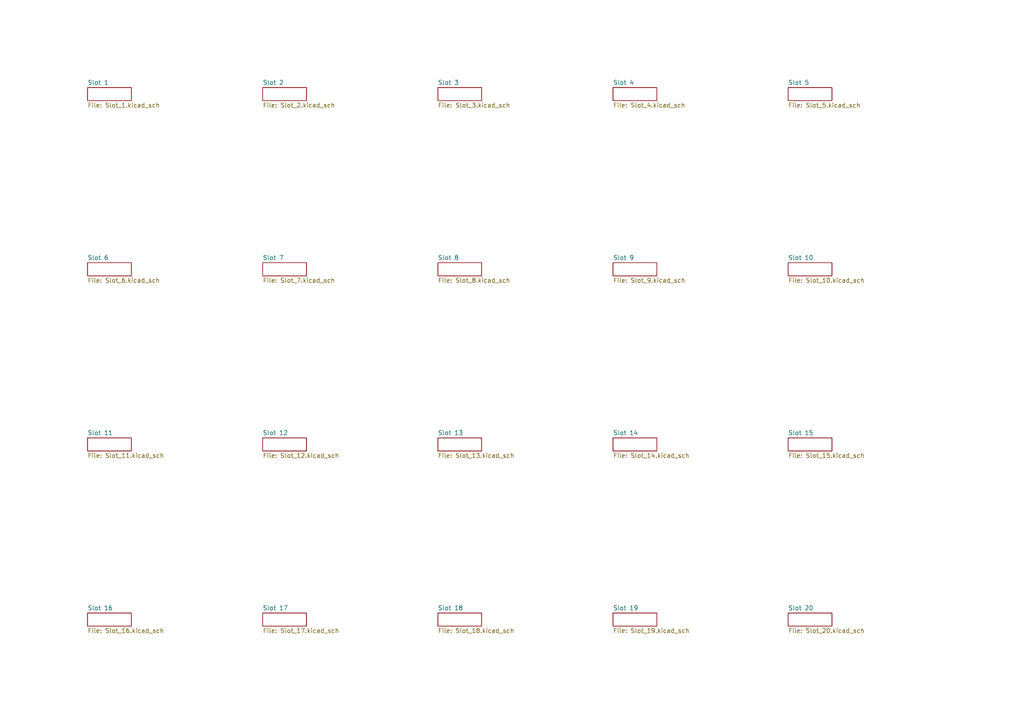
<source format=kicad_sch>
(kicad_sch (version 20211123) (generator eeschema)
  (paper "A4")
  (lib_symbols)
  (sheet (at 177.8 127) (size 12.7 3.81)
    (property "Sheet name" "Slot 14" (at 177.8 126.2884 0) (effects (justify left bottom)))
    (property "Sheet file" "Slot_14.kicad_sch" (at 177.8 131.3946 0) (effects (justify left top)))
  )
  (sheet (at 76.2 25.4) (size 12.7 3.81)
    (property "Sheet name" "Slot 2" (at 76.2 24.6884 0) (effects (justify left bottom)))
    (property "Sheet file" "Slot_2.kicad_sch" (at 76.2 29.7946 0) (effects (justify left top)))
  )
  (sheet (at 127 25.4) (size 12.7 3.81)
    (property "Sheet name" "Slot 3" (at 127 24.6884 0) (effects (justify left bottom)))
    (property "Sheet file" "Slot_3.kicad_sch" (at 127 29.7946 0) (effects (justify left top)))
  )
  (sheet (at 177.8 25.4) (size 12.7 3.81)
    (property "Sheet name" "Slot 4" (at 177.8 24.6884 0) (effects (justify left bottom)))
    (property "Sheet file" "Slot_4.kicad_sch" (at 177.8 29.7946 0) (effects (justify left top)))
  )
  (sheet (at 25.4 76.2) (size 12.7 3.81)
    (property "Sheet name" "Slot 6" (at 25.4 75.4884 0) (effects (justify left bottom)))
    (property "Sheet file" "Slot_6.kicad_sch" (at 25.4 80.5946 0) (effects (justify left top)))
  )
  (sheet (at 228.6 76.2) (size 12.7 3.81)
    (property "Sheet name" "Slot 10" (at 228.6 75.4884 0) (effects (justify left bottom)))
    (property "Sheet file" "Slot_10.kicad_sch" (at 228.6 80.5946 0) (effects (justify left top)))
  )
  (sheet (at 127 76.2) (size 12.7 3.81)
    (property "Sheet name" "Slot 8" (at 127 75.4884 0) (effects (justify left bottom)))
    (property "Sheet file" "Slot_8.kicad_sch" (at 127 80.5946 0) (effects (justify left top)))
  )
  (sheet (at 127 127) (size 12.7 3.81)
    (property "Sheet name" "Slot 13" (at 127 126.2884 0) (effects (justify left bottom)))
    (property "Sheet file" "Slot_13.kicad_sch" (at 127 131.3946 0) (effects (justify left top)))
  )
  (sheet (at 228.6 177.8) (size 12.7 3.81)
    (property "Sheet name" "Slot 20" (at 228.6 177.0884 0) (effects (justify left bottom)))
    (property "Sheet file" "Slot_20.kicad_sch" (at 228.6 182.1946 0) (effects (justify left top)))
  )
  (sheet (at 76.2 177.8) (size 12.7 3.81)
    (property "Sheet name" "Slot 17" (at 76.2 177.0884 0) (effects (justify left bottom)))
    (property "Sheet file" "Slot_17.kicad_sch" (at 76.2 182.1946 0) (effects (justify left top)))
  )
  (sheet (at 127 177.8) (size 12.7 3.81)
    (property "Sheet name" "Slot 18" (at 127 177.0884 0) (effects (justify left bottom)))
    (property "Sheet file" "Slot_18.kicad_sch" (at 127 182.1946 0) (effects (justify left top)))
  )
  (sheet (at 177.8 177.8) (size 12.7 3.81)
    (property "Sheet name" "Slot 19" (at 177.8 177.0884 0) (effects (justify left bottom)))
    (property "Sheet file" "Slot_19.kicad_sch" (at 177.8 182.1946 0) (effects (justify left top)))
  )
  (sheet (at 25.4 25.4) (size 12.7 3.81)
    (property "Sheet name" "Slot 1" (at 25.4 24.6884 0) (effects (justify left bottom)))
    (property "Sheet file" "Slot_1.kicad_sch" (at 25.4 29.7946 0) (effects (justify left top)))
  )
  (sheet (at 228.6 25.4) (size 12.7 3.81)
    (property "Sheet name" "Slot 5" (at 228.6 24.6884 0) (effects (justify left bottom)))
    (property "Sheet file" "Slot_5.kicad_sch" (at 228.6 29.7946 0) (effects (justify left top)))
  )
  (sheet (at 25.4 177.8) (size 12.7 3.81)
    (property "Sheet name" "Slot 16" (at 25.4 177.0884 0) (effects (justify left bottom)))
    (property "Sheet file" "Slot_16.kicad_sch" (at 25.4 182.1946 0) (effects (justify left top)))
  )
  (sheet (at 228.6 127) (size 12.7 3.81)
    (property "Sheet name" "Slot 15" (at 228.6 126.2884 0) (effects (justify left bottom)))
    (property "Sheet file" "Slot_15.kicad_sch" (at 228.6 131.3946 0) (effects (justify left top)))
  )
  (sheet (at 25.4 127) (size 12.7 3.81)
    (property "Sheet name" "Slot 11" (at 25.4 126.2884 0) (effects (justify left bottom)))
    (property "Sheet file" "Slot_11.kicad_sch" (at 25.4 131.3946 0) (effects (justify left top)))
  )
  (sheet (at 177.8 76.2) (size 12.7 3.81)
    (property "Sheet name" "Slot 9" (at 177.8 75.4884 0) (effects (justify left bottom)))
    (property "Sheet file" "Slot_9.kicad_sch" (at 177.8 80.5946 0) (effects (justify left top)))
  )
  (sheet (at 76.2 76.2) (size 12.7 3.81)
    (property "Sheet name" "Slot 7" (at 76.2 75.4884 0) (effects (justify left bottom)))
    (property "Sheet file" "Slot_7.kicad_sch" (at 76.2 80.5946 0) (effects (justify left top)))
  )
  (sheet (at 76.2 127) (size 12.7 3.81)
    (property "Sheet name" "Slot 12" (at 76.2 126.2884 0) (effects (justify left bottom)))
    (property "Sheet file" "Slot_12.kicad_sch" (at 76.2 131.3946 0) (effects (justify left top)))
  )
)
</source>
